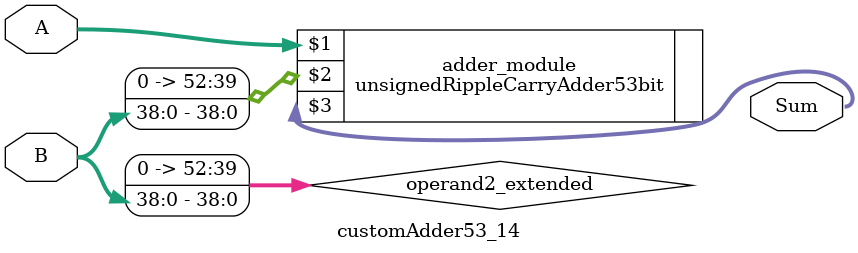
<source format=v>
module customAdder53_14(
                        input [52 : 0] A,
                        input [38 : 0] B,
                        
                        output [53 : 0] Sum
                );

        wire [52 : 0] operand2_extended;
        
        assign operand2_extended =  {14'b0, B};
        
        unsignedRippleCarryAdder53bit adder_module(
            A,
            operand2_extended,
            Sum
        );
        
        endmodule
        
</source>
